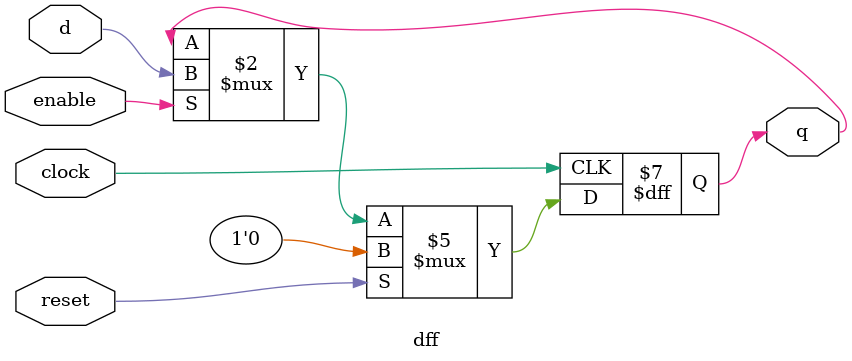
<source format=v>
module dff(
    input clock,
    input d,
    input reset,
    input enable,
    output reg q
);

always @(posedge clock)
begin
    if(reset)
        q <= 1'b0;
    else
        if(enable)
            q <= d;
end
endmodule

</source>
